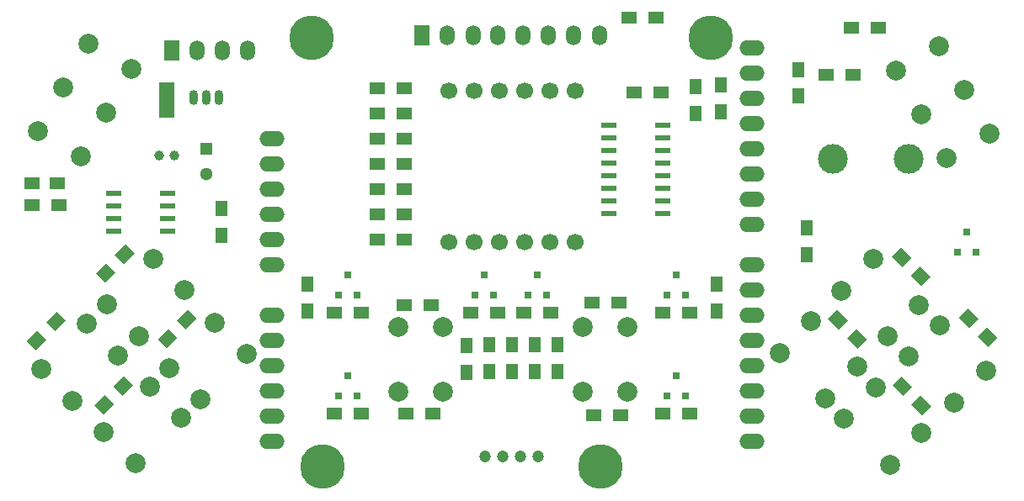
<source format=gbr>
G04 #@! TF.FileFunction,Soldermask,Top*
%FSLAX46Y46*%
G04 Gerber Fmt 4.6, Leading zero omitted, Abs format (unit mm)*
G04 Created by KiCad (PCBNEW 4.0.6) date 11/30/17 16:48:59*
%MOMM*%
%LPD*%
G01*
G04 APERTURE LIST*
%ADD10C,0.300000*%
%ADD11C,2.000000*%
%ADD12C,3.000000*%
%ADD13C,1.700000*%
%ADD14C,4.500000*%
%ADD15O,2.540000X1.524000*%
%ADD16R,0.800100X0.800100*%
%ADD17R,1.500000X0.600000*%
%ADD18R,1.550000X0.600000*%
%ADD19C,1.200000*%
%ADD20R,1.300000X1.500000*%
%ADD21R,1.500000X1.300000*%
%ADD22R,1.500000X1.250000*%
%ADD23C,1.000760*%
%ADD24R,1.524000X3.524000*%
%ADD25O,0.899160X1.501140*%
%ADD26R,1.300000X1.300000*%
%ADD27C,1.300000*%
%ADD28O,1.500000X2.000000*%
%ADD29R,1.500000X2.000000*%
G04 APERTURE END LIST*
D10*
D11*
X193171981Y-99298019D03*
X189990000Y-102480000D03*
X188575786Y-94701825D03*
X185393806Y-97883806D03*
D12*
X177810160Y-77978000D03*
X185409840Y-77978000D03*
D13*
X139192000Y-86360000D03*
X141732000Y-86360000D03*
X144272000Y-86360000D03*
X146812000Y-86360000D03*
X149352000Y-86360000D03*
X151892000Y-86360000D03*
X151892000Y-71120000D03*
X149352000Y-71120000D03*
X146812000Y-71120000D03*
X144272000Y-71120000D03*
X141732000Y-71120000D03*
X139192000Y-71120000D03*
D14*
X126492000Y-108966000D03*
D15*
X121412000Y-106426000D03*
X121412000Y-103886000D03*
X121412000Y-101346000D03*
X121412000Y-93726000D03*
X121412000Y-96266000D03*
X121412000Y-98806000D03*
X121412000Y-88646000D03*
X121412000Y-86106000D03*
X121412000Y-83566000D03*
X121412000Y-78486000D03*
X121412000Y-75946000D03*
X169672000Y-106426000D03*
X169672000Y-103886000D03*
X169672000Y-101346000D03*
X169672000Y-98806000D03*
X169672000Y-96266000D03*
X169672000Y-93726000D03*
X169672000Y-91186000D03*
X169672000Y-88646000D03*
X169672000Y-84582000D03*
X169672000Y-82042000D03*
X169672000Y-79502000D03*
X169672000Y-76962000D03*
X169672000Y-74422000D03*
X169672000Y-71882000D03*
X169672000Y-69342000D03*
X169672000Y-66802000D03*
X121412000Y-81026000D03*
D14*
X154432000Y-108966000D03*
D16*
X141798000Y-91678760D03*
X143698000Y-91678760D03*
X142748000Y-89679780D03*
D17*
X155288000Y-74549000D03*
X155288000Y-75819000D03*
X155288000Y-77089000D03*
X155288000Y-78359000D03*
X155288000Y-79629000D03*
X155288000Y-80899000D03*
X155288000Y-82169000D03*
X155288000Y-83439000D03*
X160688000Y-83439000D03*
X160688000Y-82169000D03*
X160688000Y-80899000D03*
X160688000Y-79629000D03*
X160688000Y-78359000D03*
X160688000Y-77089000D03*
X160688000Y-75819000D03*
X160688000Y-74549000D03*
D18*
X105504000Y-81407000D03*
X105504000Y-82677000D03*
X105504000Y-83947000D03*
X105504000Y-85217000D03*
X110904000Y-85217000D03*
X110904000Y-83947000D03*
X110904000Y-82677000D03*
X110904000Y-81407000D03*
D16*
X128082000Y-91678760D03*
X129982000Y-91678760D03*
X129032000Y-89679780D03*
D19*
X142810000Y-107950000D03*
X144588000Y-107950000D03*
X148144000Y-107950000D03*
X146366000Y-107950000D03*
D20*
X124968000Y-93298000D03*
X124968000Y-90598000D03*
X116332000Y-85678000D03*
X116332000Y-82978000D03*
X147828000Y-96694000D03*
X147828000Y-99394000D03*
X145542000Y-96694000D03*
X145542000Y-99394000D03*
X143256000Y-96694000D03*
X143256000Y-99394000D03*
X174300000Y-71650000D03*
X174300000Y-68950000D03*
D21*
X130382000Y-93472000D03*
X127682000Y-93472000D03*
X144098000Y-93472000D03*
X141398000Y-93472000D03*
X149432000Y-93472000D03*
X146732000Y-93472000D03*
X163402000Y-93472000D03*
X160702000Y-93472000D03*
X132000000Y-86106000D03*
X134700000Y-86106000D03*
X132000000Y-83566000D03*
X134700000Y-83566000D03*
X132000000Y-81026000D03*
X134700000Y-81026000D03*
X132000000Y-78486000D03*
X134700000Y-78486000D03*
X132000000Y-75946000D03*
X134700000Y-75946000D03*
X132000000Y-73406000D03*
X134700000Y-73406000D03*
X132000000Y-70866000D03*
X134700000Y-70866000D03*
X160500000Y-71250000D03*
X157800000Y-71250000D03*
D20*
X150114000Y-99394000D03*
X150114000Y-96694000D03*
X175200000Y-87600000D03*
X175200000Y-84900000D03*
D21*
X130382000Y-103632000D03*
X127682000Y-103632000D03*
D20*
X166116000Y-93298000D03*
X166116000Y-90598000D03*
D22*
X97290000Y-80400000D03*
X99790000Y-80400000D03*
D23*
X110050700Y-77600000D03*
X111549300Y-77600000D03*
D24*
X110800000Y-72012000D03*
D16*
X161102000Y-101838760D03*
X163002000Y-101838760D03*
X162052000Y-99839780D03*
X128082000Y-101838760D03*
X129982000Y-101838760D03*
X129032000Y-99839780D03*
X190312000Y-87360760D03*
X192212000Y-87360760D03*
X191262000Y-85361780D03*
X161102000Y-91678760D03*
X163002000Y-91678760D03*
X162052000Y-89679780D03*
X147132000Y-91678760D03*
X149032000Y-91678760D03*
X148082000Y-89679780D03*
D25*
X114830000Y-71810000D03*
X113560000Y-71810000D03*
X116100000Y-71810000D03*
D26*
X114808000Y-76962000D03*
D27*
X114808000Y-79462000D03*
D21*
X97260000Y-82640000D03*
X99960000Y-82640000D03*
D28*
X144100000Y-65550000D03*
X141600000Y-65550000D03*
X139000000Y-65550000D03*
D29*
X136500000Y-65550000D03*
D28*
X146600000Y-65550000D03*
X149200000Y-65550000D03*
X151700000Y-65550000D03*
X154300000Y-65550000D03*
D21*
X182350000Y-64750000D03*
X179650000Y-64750000D03*
D20*
X164000000Y-73400000D03*
X164000000Y-70700000D03*
X166500000Y-73250000D03*
X166500000Y-70550000D03*
D21*
X177100000Y-69500000D03*
X179800000Y-69500000D03*
X160036500Y-63754000D03*
X157336500Y-63754000D03*
X160700000Y-103630000D03*
X163400000Y-103630000D03*
X134880000Y-103630000D03*
X137580000Y-103630000D03*
X153730000Y-103770000D03*
X156430000Y-103770000D03*
D20*
X140930000Y-99450000D03*
X140930000Y-96750000D03*
D11*
X138570000Y-101420000D03*
X134070000Y-101420000D03*
X138570000Y-94920000D03*
X134070000Y-94920000D03*
X157140000Y-101420000D03*
X152640000Y-101420000D03*
X157140000Y-94920000D03*
X152640000Y-94920000D03*
X115648019Y-94428019D03*
X118830000Y-97610000D03*
X111051825Y-99024214D03*
X114233806Y-102206194D03*
X180211981Y-98908019D03*
X177030000Y-102090000D03*
X175615786Y-94311825D03*
X172433806Y-97493806D03*
X109108019Y-100868019D03*
X112290000Y-104050000D03*
X104511825Y-105464214D03*
X107693806Y-108646194D03*
X186711981Y-105558019D03*
X183530000Y-108740000D03*
X182115786Y-100961825D03*
X178933806Y-104143806D03*
X102768019Y-94548019D03*
X105950000Y-97730000D03*
X98171825Y-99144214D03*
X101353806Y-102326194D03*
X109438019Y-88028019D03*
X112620000Y-91210000D03*
X104841825Y-92624214D03*
X108023806Y-95806194D03*
X186451981Y-92668019D03*
X183270000Y-95850000D03*
X181855786Y-88071825D03*
X178673806Y-91253806D03*
D21*
X134720000Y-92680000D03*
X137420000Y-92680000D03*
X153580000Y-92430000D03*
X156280000Y-92430000D03*
D10*
G36*
X112905305Y-93155457D02*
X113824543Y-94074695D01*
X112763883Y-95135355D01*
X111844645Y-94216117D01*
X112905305Y-93155457D01*
X112905305Y-93155457D01*
G37*
G36*
X110996117Y-95064645D02*
X111915355Y-95983883D01*
X110854695Y-97044543D01*
X109935457Y-96125305D01*
X110996117Y-95064645D01*
X110996117Y-95064645D01*
G37*
G36*
X177305457Y-94084695D02*
X178224695Y-93165457D01*
X179285355Y-94226117D01*
X178366117Y-95145355D01*
X177305457Y-94084695D01*
X177305457Y-94084695D01*
G37*
G36*
X179214645Y-95993883D02*
X180133883Y-95074645D01*
X181194543Y-96135305D01*
X180275305Y-97054543D01*
X179214645Y-95993883D01*
X179214645Y-95993883D01*
G37*
G36*
X106545305Y-99835457D02*
X107464543Y-100754695D01*
X106403883Y-101815355D01*
X105484645Y-100896117D01*
X106545305Y-99835457D01*
X106545305Y-99835457D01*
G37*
G36*
X104636117Y-101744645D02*
X105555355Y-102663883D01*
X104494695Y-103724543D01*
X103575457Y-102805305D01*
X104636117Y-101744645D01*
X104636117Y-101744645D01*
G37*
G36*
X183795457Y-100774695D02*
X184714695Y-99855457D01*
X185775355Y-100916117D01*
X184856117Y-101835355D01*
X183795457Y-100774695D01*
X183795457Y-100774695D01*
G37*
G36*
X185704645Y-102683883D02*
X186623883Y-101764645D01*
X187684543Y-102825305D01*
X186765305Y-103744543D01*
X185704645Y-102683883D01*
X185704645Y-102683883D01*
G37*
G36*
X99735305Y-93335457D02*
X100654543Y-94254695D01*
X99593883Y-95315355D01*
X98674645Y-94396117D01*
X99735305Y-93335457D01*
X99735305Y-93335457D01*
G37*
G36*
X97826117Y-95244645D02*
X98745355Y-96163883D01*
X97684695Y-97224543D01*
X96765457Y-96305305D01*
X97826117Y-95244645D01*
X97826117Y-95244645D01*
G37*
G36*
X190425457Y-93924695D02*
X191344695Y-93005457D01*
X192405355Y-94066117D01*
X191486117Y-94985355D01*
X190425457Y-93924695D01*
X190425457Y-93924695D01*
G37*
G36*
X192334645Y-95833883D02*
X193253883Y-94914645D01*
X194314543Y-95975305D01*
X193395305Y-96894543D01*
X192334645Y-95833883D01*
X192334645Y-95833883D01*
G37*
G36*
X106665305Y-86545457D02*
X107584543Y-87464695D01*
X106523883Y-88525355D01*
X105604645Y-87606117D01*
X106665305Y-86545457D01*
X106665305Y-86545457D01*
G37*
G36*
X104756117Y-88454645D02*
X105675355Y-89373883D01*
X104614695Y-90434543D01*
X103695457Y-89515305D01*
X104756117Y-88454645D01*
X104756117Y-88454645D01*
G37*
G36*
X183715457Y-87794695D02*
X184634695Y-86875457D01*
X185695355Y-87936117D01*
X184776117Y-88855355D01*
X183715457Y-87794695D01*
X183715457Y-87794695D01*
G37*
G36*
X185624645Y-89703883D02*
X186543883Y-88784645D01*
X187604543Y-89845305D01*
X186685305Y-90764543D01*
X185624645Y-89703883D01*
X185624645Y-89703883D01*
G37*
D28*
X118940000Y-67020000D03*
X116440000Y-67020000D03*
X113840000Y-67020000D03*
D29*
X111340000Y-67020000D03*
D14*
X125349000Y-65786000D03*
X165544500Y-65786000D03*
D11*
X107270127Y-68900591D03*
X102940000Y-66400591D03*
X102190127Y-77699409D03*
X104730127Y-73300000D03*
X97860000Y-75199409D03*
X100400000Y-70800000D03*
X189209873Y-77899409D03*
X193540000Y-75399409D03*
X184129873Y-69100591D03*
X186669873Y-73500000D03*
X188460000Y-66600591D03*
X191000000Y-71000000D03*
M02*

</source>
